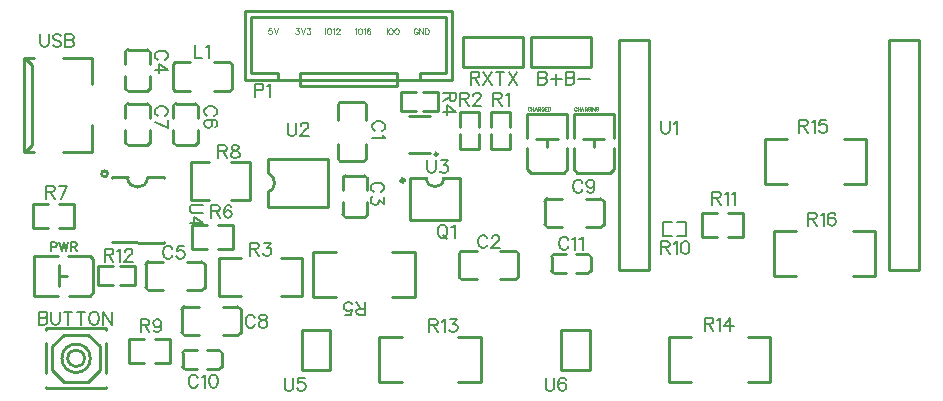
<source format=gto>
G04 Layer: TopSilkLayer*
G04 EasyEDA v6.3.43, 2020-05-24T14:51:43+02:00*
G04 8b069e2c24b14efe805d348ad6be2aff,234966f79ee84ceb97ee69e44186daaf,10*
G04 Gerber Generator version 0.2*
G04 Scale: 100 percent, Rotated: No, Reflected: No *
G04 Dimensions in millimeters *
G04 leading zeros omitted , absolute positions ,3 integer and 3 decimal *
%FSLAX33Y33*%
%MOMM*%
G90*
G71D02*

%ADD10C,0.254000*%
%ADD46C,0.150012*%
%ADD47C,0.299999*%
%ADD48C,0.050013*%
%ADD49C,0.152400*%

%LPD*%
G54D10*
G01X7198Y13378D02*
G01X11597Y13348D01*
G01X11597Y18879D02*
G01X11597Y18838D01*
G01X11597Y13419D02*
G01X11597Y13348D01*
G01X7198Y18879D02*
G01X7198Y18838D01*
G01X7198Y13419D02*
G01X7198Y13378D01*
G01X11597Y18879D02*
G01X10248Y18879D01*
G01X7198Y18879D02*
G01X8547Y18879D01*
G01X16509Y4029D02*
G01X16509Y2829D01*
G01X14459Y4229D02*
G01X13459Y4229D01*
G01X14459Y2628D02*
G01X13459Y2628D01*
G01X15259Y4229D02*
G01X16258Y4229D01*
G01X15259Y2628D02*
G01X16258Y2628D01*
G01X13208Y4029D02*
G01X13208Y2829D01*
G01X13408Y4229D02*
G01X13459Y4229D01*
G01X13409Y2628D02*
G01X13459Y2628D01*
G01X16309Y4229D02*
G01X16258Y4229D01*
G01X16308Y2628D02*
G01X16258Y2628D01*
G01X44450Y10956D02*
G01X44450Y12156D01*
G01X46500Y10756D02*
G01X47500Y10756D01*
G01X46500Y12357D02*
G01X47500Y12357D01*
G01X45700Y10756D02*
G01X44701Y10756D01*
G01X45700Y12357D02*
G01X44701Y12357D01*
G01X47751Y10956D02*
G01X47751Y12156D01*
G01X47551Y10756D02*
G01X47500Y10756D01*
G01X47550Y12357D02*
G01X47500Y12357D01*
G01X44650Y10756D02*
G01X44701Y10756D01*
G01X44651Y12357D02*
G01X44701Y12357D01*
G01X36957Y30734D02*
G01X42037Y30734D01*
G01X42037Y28194D01*
G01X36957Y28194D01*
G01X36957Y30734D01*
G01X42672Y30734D02*
G01X47752Y30734D01*
G01X47752Y28194D01*
G01X42672Y28194D01*
G01X42672Y30734D01*
G01X46305Y21343D02*
G01X46305Y19544D01*
G01X46605Y19244D01*
G01X49405Y19244D01*
G01X49705Y19544D01*
G01X49706Y21343D01*
G01X49705Y21344D01*
G01X46306Y22243D02*
G01X46306Y24243D01*
G01X49705Y24243D01*
G01X49705Y22243D01*
G01X47106Y22143D02*
G01X48905Y22143D01*
G01X48004Y22143D02*
G01X48006Y21444D01*
G01X3548Y8840D02*
G01X5347Y8840D01*
G01X5647Y9140D01*
G01X5647Y11940D01*
G01X5347Y12240D01*
G01X3548Y12241D01*
G01X3547Y12240D01*
G01X2648Y8841D02*
G01X648Y8841D01*
G01X648Y12240D01*
G01X2648Y12240D01*
G01X2748Y9641D02*
G01X2748Y11440D01*
G01X2748Y10539D02*
G01X3447Y10541D01*
G01X30975Y8768D02*
G01X32875Y8768D01*
G01X30975Y12567D02*
G01X32875Y12567D01*
G01X26175Y8768D02*
G01X24275Y8768D01*
G01X26175Y12567D02*
G01X24275Y12567D01*
G01X32875Y8768D02*
G01X32875Y12567D01*
G01X24275Y8768D02*
G01X24275Y12567D01*
G01X31762Y5328D02*
G01X29862Y5328D01*
G01X31762Y1529D02*
G01X29862Y1529D01*
G01X36562Y5328D02*
G01X38462Y5328D01*
G01X36562Y1529D02*
G01X38462Y1529D01*
G01X29862Y5328D02*
G01X29862Y1529D01*
G01X38462Y5328D02*
G01X38462Y1529D01*
G01X56273Y5328D02*
G01X54373Y5328D01*
G01X56273Y1529D02*
G01X54373Y1529D01*
G01X61073Y5328D02*
G01X62973Y5328D01*
G01X61073Y1529D02*
G01X62973Y1529D01*
G01X54373Y5328D02*
G01X54373Y1529D01*
G01X62973Y5328D02*
G01X62973Y1529D01*
G01X64401Y22092D02*
G01X62501Y22092D01*
G01X64401Y18293D02*
G01X62501Y18293D01*
G01X69201Y22092D02*
G01X71101Y22092D01*
G01X69201Y18293D02*
G01X71101Y18293D01*
G01X62501Y22092D02*
G01X62501Y18293D01*
G01X71101Y22092D02*
G01X71101Y18293D01*
G01X65163Y14345D02*
G01X63263Y14345D01*
G01X65163Y10546D02*
G01X63263Y10546D01*
G01X69963Y14345D02*
G01X71863Y14345D01*
G01X69963Y10546D02*
G01X71863Y10546D01*
G01X63263Y14345D02*
G01X63263Y10546D01*
G01X71863Y14345D02*
G01X71863Y10546D01*
G01X14262Y21617D02*
G01X12662Y21617D01*
G01X14262Y25118D02*
G01X12661Y25118D01*
G01X12421Y22868D02*
G01X12421Y21818D01*
G01X14502Y22868D02*
G01X14502Y21818D01*
G01X12421Y23867D02*
G01X12421Y24917D01*
G01X14502Y23867D02*
G01X14502Y24917D01*
G01X14281Y25118D02*
G01X14262Y25118D01*
G01X14301Y25118D02*
G01X14262Y25118D01*
G01X12622Y25118D02*
G01X12661Y25118D01*
G01X14301Y21617D02*
G01X14262Y21617D01*
G01X12622Y21617D02*
G01X12662Y21617D01*
G01X10198Y21617D02*
G01X8598Y21617D01*
G01X10198Y25118D02*
G01X8597Y25118D01*
G01X8357Y22868D02*
G01X8357Y21818D01*
G01X10438Y22868D02*
G01X10438Y21818D01*
G01X8357Y23867D02*
G01X8357Y24917D01*
G01X10438Y23867D02*
G01X10438Y24917D01*
G01X10217Y25118D02*
G01X10198Y25118D01*
G01X10237Y25118D02*
G01X10198Y25118D01*
G01X8558Y25118D02*
G01X8597Y25118D01*
G01X10237Y21617D02*
G01X10198Y21617D01*
G01X8558Y21617D02*
G01X8598Y21617D01*
G01X42368Y21343D02*
G01X42368Y19544D01*
G01X42668Y19244D01*
G01X45468Y19244D01*
G01X45768Y19544D01*
G01X45769Y21343D01*
G01X45768Y21344D01*
G01X42369Y22243D02*
G01X42369Y24243D01*
G01X45768Y24243D01*
G01X45768Y22243D01*
G01X43169Y22143D02*
G01X44968Y22143D01*
G01X44067Y22143D02*
G01X44069Y21444D01*
G01X-203Y28989D02*
G01X-103Y28989D01*
G01X486Y28398D01*
G01X-223Y21039D02*
G01X-103Y21039D01*
G01X486Y21629D01*
G01X486Y21629D02*
G01X486Y28398D01*
G01X-223Y21019D02*
G01X-223Y29018D01*
G01X5536Y29018D02*
G01X5536Y26785D01*
G01X5536Y23273D02*
G01X5536Y21019D01*
G01X5526Y21019D02*
G01X3090Y21019D01*
G01X601Y21019D02*
G01X-223Y21019D01*
G01X5536Y29018D02*
G01X3090Y29018D01*
G01X601Y29018D02*
G01X-203Y29018D01*
G01X10913Y3171D02*
G01X12164Y3171D01*
G01X10913Y5210D02*
G01X12164Y5210D01*
G01X9914Y3171D02*
G01X8663Y3171D01*
G01X9914Y5210D02*
G01X8663Y5210D01*
G01X12164Y3171D02*
G01X12164Y5210D01*
G01X8663Y3171D02*
G01X8663Y5210D01*
G01X59427Y13839D02*
G01X60678Y13839D01*
G01X59427Y15878D02*
G01X60678Y15878D01*
G01X58428Y13839D02*
G01X57177Y13839D01*
G01X58428Y15878D02*
G01X57177Y15878D01*
G01X60678Y13839D02*
G01X60678Y15878D01*
G01X57177Y13839D02*
G01X57177Y15878D01*
G01X16312Y12014D02*
G01X16312Y8813D01*
G01X21511Y12014D02*
G01X23312Y12014D01*
G01X21511Y8813D02*
G01X23312Y8813D01*
G01X18112Y8813D02*
G01X16312Y8813D01*
G01X18112Y12014D02*
G01X16312Y12014D01*
G01X23312Y12014D02*
G01X23312Y8813D01*
G01X40932Y24409D02*
G01X39331Y24409D01*
G01X39337Y22559D02*
G01X39337Y21309D01*
G01X40937Y22559D02*
G01X40937Y21309D01*
G01X39331Y23159D02*
G01X39331Y24409D01*
G01X40932Y23159D02*
G01X40932Y24409D01*
G01X40937Y21309D02*
G01X39337Y21309D01*
G01X38265Y24409D02*
G01X36664Y24409D01*
G01X36670Y22559D02*
G01X36670Y21309D01*
G01X38270Y22559D02*
G01X38270Y21309D01*
G01X36664Y23159D02*
G01X36664Y24409D01*
G01X38265Y23159D02*
G01X38265Y24409D01*
G01X38270Y21309D02*
G01X36670Y21309D01*
G01X34823Y24472D02*
G01X34823Y26073D01*
G01X32973Y26067D02*
G01X31723Y26067D01*
G01X32973Y24467D02*
G01X31723Y24467D01*
G01X33573Y26073D02*
G01X34823Y26073D01*
G01X33573Y24472D02*
G01X34823Y24472D01*
G01X31723Y24467D02*
G01X31723Y26067D01*
G01X9169Y9740D02*
G01X9169Y11341D01*
G01X7319Y11335D02*
G01X6069Y11335D01*
G01X7319Y9735D02*
G01X6069Y9735D01*
G01X7919Y11341D02*
G01X9169Y11341D01*
G01X7919Y9740D02*
G01X9169Y9740D01*
G01X6069Y9735D02*
G01X6069Y11335D01*
G54D46*
G01X53914Y13877D02*
G01X53914Y15078D01*
G01X54684Y13877D02*
G01X53914Y13877D01*
G01X55814Y13877D02*
G01X55814Y15078D01*
G01X55044Y13877D02*
G01X55814Y13877D01*
G01X55044Y15078D02*
G01X55814Y15078D01*
G01X54684Y15078D02*
G01X53914Y15078D01*
G54D10*
G01X32373Y24028D02*
G01X34173Y24028D01*
G01X32373Y20928D02*
G01X34173Y20928D01*
G01X18511Y32959D02*
G01X18511Y27158D01*
G01X18511Y32959D02*
G01X36007Y32959D01*
G01X36014Y32943D02*
G01X36014Y27152D01*
G01X18514Y27152D02*
G01X36009Y27152D01*
G01X19027Y32410D02*
G01X35506Y32410D01*
G01X19022Y32410D02*
G01X19022Y27736D01*
G01X35506Y32410D02*
G01X35506Y27736D01*
G01X19022Y27736D02*
G01X21257Y27736D01*
G01X33271Y27736D02*
G01X35506Y27736D01*
G01X23162Y27736D02*
G01X31341Y27736D01*
G01X21257Y27736D02*
G01X21257Y27203D01*
G01X23162Y27736D02*
G01X23162Y27203D01*
G01X31366Y27736D02*
G01X31366Y27203D01*
G01X33271Y27736D02*
G01X33271Y27203D01*
G01X31366Y26593D02*
G01X23187Y26593D01*
G01X31366Y26593D02*
G01X31366Y27127D01*
G01X23162Y26593D02*
G01X23162Y27127D01*
G01X6740Y1006D02*
G01X1640Y1006D01*
G01X1641Y6105D02*
G01X6740Y6106D01*
G01X6740Y1006D02*
G01X6740Y1124D01*
G01X6740Y2287D02*
G01X6740Y4824D01*
G01X6740Y5987D02*
G01X6740Y6106D01*
G01X1640Y1006D02*
G01X1640Y1124D01*
G01X1640Y2287D02*
G01X1640Y4824D01*
G01X1640Y5987D02*
G01X1640Y6105D01*
G01X5190Y1556D02*
G01X3191Y1556D01*
G01X3191Y1556D01*
G01X2191Y2556D01*
G01X2191Y4555D01*
G01X3191Y5555D01*
G01X5190Y5555D01*
G01X6190Y4555D01*
G01X6190Y2556D01*
G01X6190Y2556D01*
G01X5190Y1556D01*
G01X27012Y19022D02*
G01X28612Y19022D01*
G01X27012Y15521D02*
G01X28613Y15521D01*
G01X28853Y17771D02*
G01X28853Y18821D01*
G01X26772Y17771D02*
G01X26772Y18821D01*
G01X28853Y16772D02*
G01X28853Y15722D01*
G01X26772Y16772D02*
G01X26772Y15722D01*
G01X26993Y15521D02*
G01X27012Y15521D01*
G01X26973Y15521D02*
G01X27012Y15521D01*
G01X28652Y15521D02*
G01X28613Y15521D01*
G01X26973Y19022D02*
G01X27012Y19022D01*
G01X28652Y19022D02*
G01X28612Y19022D01*
G01X10198Y26189D02*
G01X8598Y26189D01*
G01X10198Y29690D02*
G01X8597Y29690D01*
G01X8357Y27440D02*
G01X8357Y26390D01*
G01X10438Y27440D02*
G01X10438Y26390D01*
G01X8357Y28439D02*
G01X8357Y29489D01*
G01X10438Y28439D02*
G01X10438Y29489D01*
G01X10217Y29690D02*
G01X10198Y29690D01*
G01X10237Y29690D02*
G01X10198Y29690D01*
G01X8558Y29690D02*
G01X8597Y29690D01*
G01X10237Y26189D02*
G01X10198Y26189D01*
G01X8558Y26189D02*
G01X8598Y26189D01*
G01X25710Y2552D02*
G01X23311Y2552D01*
G01X23311Y5952D01*
G01X25710Y5952D01*
G01X25710Y2552D01*
G01X47681Y2552D02*
G01X45282Y2552D01*
G01X45282Y5952D01*
G01X47681Y5952D01*
G01X47681Y2552D01*
G01X12359Y28431D02*
G01X12359Y26432D01*
G01X15859Y26181D02*
G01X17158Y26181D01*
G01X15859Y28682D02*
G01X17158Y28682D01*
G01X13858Y26181D02*
G01X12559Y26181D01*
G01X13858Y28682D02*
G01X12559Y28682D01*
G01X17359Y28431D02*
G01X17359Y26432D01*
G01X12359Y28431D02*
G01X12359Y28482D01*
G01X12559Y28682D01*
G01X17359Y28431D02*
G01X17359Y28482D01*
G01X17158Y28682D01*
G01X17359Y26432D02*
G01X17359Y26381D01*
G01X17158Y26181D01*
G01X12359Y26432D02*
G01X12359Y26381D01*
G01X12559Y26181D01*
G01X35306Y18806D02*
G01X36703Y18806D01*
G01X32435Y18806D02*
G01X33832Y18806D01*
G01X32435Y15427D02*
G01X32435Y15250D01*
G01X36703Y15250D01*
G01X36703Y18806D01*
G01X32435Y18806D02*
G01X32435Y15427D01*
G01X15248Y14862D02*
G01X13997Y14862D01*
G01X15248Y12823D02*
G01X13997Y12823D01*
G01X16247Y14862D02*
G01X17498Y14862D01*
G01X16247Y12823D02*
G01X17498Y12823D01*
G01X13997Y14862D02*
G01X13997Y12823D01*
G01X17498Y14862D02*
G01X17498Y12823D01*
G01X1786Y16640D02*
G01X535Y16640D01*
G01X1786Y14601D02*
G01X535Y14601D01*
G01X2785Y16640D02*
G01X4036Y16640D01*
G01X2785Y14601D02*
G01X4036Y14601D01*
G01X535Y16640D02*
G01X535Y14601D01*
G01X4036Y16640D02*
G01X4036Y14601D01*
G01X50165Y30480D02*
G01X52705Y30480D01*
G01X52705Y11049D01*
G01X50165Y11049D01*
G01X50165Y30480D01*
G01X73025Y30480D02*
G01X75565Y30480D01*
G01X75565Y11049D01*
G01X73025Y11049D01*
G01X73025Y30480D01*
G01X20437Y20465D02*
G01X25537Y20465D01*
G01X25536Y20465D02*
G01X25536Y16364D01*
G01X25536Y16364D02*
G01X20436Y16364D01*
G01X20437Y19215D02*
G01X20437Y20465D01*
G01X20437Y17614D02*
G01X20437Y16364D01*
G01X41616Y12429D02*
G01X41616Y10430D01*
G01X38116Y12629D02*
G01X36916Y12629D01*
G01X38116Y10230D02*
G01X36916Y10230D01*
G01X40116Y12629D02*
G01X41315Y12629D01*
G01X40116Y10230D02*
G01X41315Y10230D01*
G01X36616Y12429D02*
G01X36616Y10430D01*
G01X36816Y12629D02*
G01X36916Y12629D01*
G01X36816Y10230D02*
G01X36916Y10230D01*
G01X41416Y12629D02*
G01X41315Y12629D01*
G01X41416Y10230D02*
G01X41315Y10230D01*
G01X28558Y20232D02*
G01X26559Y20232D01*
G01X28758Y23732D02*
G01X28758Y24932D01*
G01X26359Y23732D02*
G01X26359Y24932D01*
G01X28758Y21732D02*
G01X28758Y20533D01*
G01X26359Y21732D02*
G01X26359Y20533D01*
G01X28558Y25232D02*
G01X26559Y25232D01*
G01X28758Y25032D02*
G01X28758Y24932D01*
G01X26359Y25032D02*
G01X26359Y24932D01*
G01X28758Y20432D02*
G01X28758Y20533D01*
G01X26359Y20432D02*
G01X26359Y20533D01*
G01X10072Y9541D02*
G01X10072Y11540D01*
G01X13572Y9341D02*
G01X14772Y9341D01*
G01X13572Y11740D02*
G01X14772Y11740D01*
G01X11572Y9341D02*
G01X10373Y9341D01*
G01X11572Y11740D02*
G01X10373Y11740D01*
G01X15072Y9541D02*
G01X15072Y11540D01*
G01X14872Y9341D02*
G01X14772Y9341D01*
G01X14872Y11740D02*
G01X14772Y11740D01*
G01X10272Y9341D02*
G01X10373Y9341D01*
G01X10272Y11740D02*
G01X10373Y11740D01*
G01X13120Y5731D02*
G01X13120Y7730D01*
G01X16620Y5531D02*
G01X17820Y5531D01*
G01X16620Y7930D02*
G01X17820Y7930D01*
G01X14620Y5531D02*
G01X13421Y5531D01*
G01X14620Y7930D02*
G01X13421Y7930D01*
G01X18120Y5731D02*
G01X18120Y7730D01*
G01X17920Y5531D02*
G01X17820Y5531D01*
G01X17920Y7930D02*
G01X17820Y7930D01*
G01X13320Y5531D02*
G01X13421Y5531D01*
G01X13320Y7930D02*
G01X13421Y7930D01*
G01X48855Y16874D02*
G01X48855Y14875D01*
G01X45355Y17074D02*
G01X44155Y17074D01*
G01X45355Y14675D02*
G01X44155Y14675D01*
G01X47355Y17074D02*
G01X48554Y17074D01*
G01X47355Y14675D02*
G01X48554Y14675D01*
G01X43855Y16874D02*
G01X43855Y14875D01*
G01X44055Y17074D02*
G01X44155Y17074D01*
G01X44055Y14675D02*
G01X44155Y14675D01*
G01X48655Y17074D02*
G01X48554Y17074D01*
G01X48655Y14675D02*
G01X48554Y14675D01*
G01X13882Y20142D02*
G01X13882Y16941D01*
G01X17282Y16941D02*
G01X18882Y16941D01*
G01X17282Y20142D02*
G01X18882Y20142D01*
G01X15482Y16941D02*
G01X13882Y16941D01*
G01X15482Y20142D02*
G01X13882Y20142D01*
G01X18882Y20142D02*
G01X18882Y16941D01*
G54D48*
G01X20718Y31493D02*
G01X20492Y31493D01*
G01X20469Y31287D01*
G01X20492Y31310D01*
G01X20561Y31333D01*
G01X20629Y31333D01*
G01X20695Y31310D01*
G01X20741Y31264D01*
G01X20764Y31196D01*
G01X20764Y31150D01*
G01X20741Y31084D01*
G01X20695Y31038D01*
G01X20629Y31015D01*
G01X20561Y31015D01*
G01X20492Y31038D01*
G01X20469Y31061D01*
G01X20447Y31107D01*
G01X20914Y31493D02*
G01X21097Y31015D01*
G01X21277Y31493D02*
G01X21097Y31015D01*
G01X22778Y31493D02*
G01X23027Y31493D01*
G01X22893Y31310D01*
G01X22959Y31310D01*
G01X23004Y31287D01*
G01X23027Y31264D01*
G01X23050Y31196D01*
G01X23050Y31150D01*
G01X23027Y31084D01*
G01X22981Y31038D01*
G01X22915Y31015D01*
G01X22847Y31015D01*
G01X22778Y31038D01*
G01X22755Y31061D01*
G01X22733Y31107D01*
G01X23200Y31493D02*
G01X23383Y31015D01*
G01X23563Y31493D02*
G01X23383Y31015D01*
G01X23759Y31493D02*
G01X24010Y31493D01*
G01X23873Y31310D01*
G01X23942Y31310D01*
G01X23987Y31287D01*
G01X24010Y31264D01*
G01X24033Y31196D01*
G01X24033Y31150D01*
G01X24010Y31084D01*
G01X23964Y31038D01*
G01X23896Y31015D01*
G01X23827Y31015D01*
G01X23759Y31038D01*
G01X23736Y31061D01*
G01X23715Y31107D01*
G01X25273Y31493D02*
G01X25273Y31015D01*
G01X25560Y31493D02*
G01X25514Y31470D01*
G01X25468Y31424D01*
G01X25445Y31379D01*
G01X25422Y31310D01*
G01X25422Y31196D01*
G01X25445Y31127D01*
G01X25468Y31084D01*
G01X25514Y31038D01*
G01X25560Y31015D01*
G01X25651Y31015D01*
G01X25694Y31038D01*
G01X25740Y31084D01*
G01X25763Y31127D01*
G01X25786Y31196D01*
G01X25786Y31310D01*
G01X25763Y31379D01*
G01X25740Y31424D01*
G01X25694Y31470D01*
G01X25651Y31493D01*
G01X25560Y31493D01*
G01X25935Y31402D02*
G01X25981Y31424D01*
G01X26050Y31493D01*
G01X26050Y31015D01*
G01X26222Y31379D02*
G01X26222Y31402D01*
G01X26245Y31447D01*
G01X26268Y31470D01*
G01X26314Y31493D01*
G01X26405Y31493D01*
G01X26449Y31470D01*
G01X26471Y31447D01*
G01X26494Y31402D01*
G01X26494Y31356D01*
G01X26471Y31310D01*
G01X26428Y31242D01*
G01X26200Y31015D01*
G01X26517Y31015D01*
G01X27813Y31402D02*
G01X27858Y31424D01*
G01X27927Y31493D01*
G01X27927Y31015D01*
G01X28211Y31493D02*
G01X28145Y31470D01*
G01X28100Y31402D01*
G01X28077Y31287D01*
G01X28077Y31219D01*
G01X28100Y31107D01*
G01X28145Y31038D01*
G01X28211Y31015D01*
G01X28257Y31015D01*
G01X28326Y31038D01*
G01X28371Y31107D01*
G01X28394Y31219D01*
G01X28394Y31287D01*
G01X28371Y31402D01*
G01X28326Y31470D01*
G01X28257Y31493D01*
G01X28211Y31493D01*
G01X28544Y31402D02*
G01X28590Y31424D01*
G01X28658Y31493D01*
G01X28658Y31015D01*
G01X29080Y31424D02*
G01X29057Y31470D01*
G01X28989Y31493D01*
G01X28945Y31493D01*
G01X28877Y31470D01*
G01X28831Y31402D01*
G01X28808Y31287D01*
G01X28808Y31173D01*
G01X28831Y31084D01*
G01X28877Y31038D01*
G01X28945Y31015D01*
G01X28968Y31015D01*
G01X29034Y31038D01*
G01X29080Y31084D01*
G01X29103Y31150D01*
G01X29103Y31173D01*
G01X29080Y31242D01*
G01X29034Y31287D01*
G01X28968Y31310D01*
G01X28945Y31310D01*
G01X28877Y31287D01*
G01X28831Y31242D01*
G01X28808Y31173D01*
G01X30480Y31493D02*
G01X30480Y31015D01*
G01X30767Y31493D02*
G01X30721Y31470D01*
G01X30675Y31424D01*
G01X30652Y31379D01*
G01X30629Y31310D01*
G01X30629Y31196D01*
G01X30652Y31127D01*
G01X30675Y31084D01*
G01X30721Y31038D01*
G01X30767Y31015D01*
G01X30858Y31015D01*
G01X30901Y31038D01*
G01X30947Y31084D01*
G01X30970Y31127D01*
G01X30993Y31196D01*
G01X30993Y31310D01*
G01X30970Y31379D01*
G01X30947Y31424D01*
G01X30901Y31470D01*
G01X30858Y31493D01*
G01X30767Y31493D01*
G01X31280Y31493D02*
G01X31234Y31470D01*
G01X31188Y31424D01*
G01X31165Y31379D01*
G01X31142Y31310D01*
G01X31142Y31196D01*
G01X31165Y31127D01*
G01X31188Y31084D01*
G01X31234Y31038D01*
G01X31280Y31015D01*
G01X31371Y31015D01*
G01X31417Y31038D01*
G01X31462Y31084D01*
G01X31483Y31127D01*
G01X31506Y31196D01*
G01X31506Y31310D01*
G01X31483Y31379D01*
G01X31462Y31424D01*
G01X31417Y31470D01*
G01X31371Y31493D01*
G01X31280Y31493D01*
G01X33106Y31379D02*
G01X33083Y31424D01*
G01X33037Y31470D01*
G01X32992Y31493D01*
G01X32903Y31493D01*
G01X32857Y31470D01*
G01X32811Y31424D01*
G01X32788Y31379D01*
G01X32766Y31310D01*
G01X32766Y31196D01*
G01X32788Y31127D01*
G01X32811Y31084D01*
G01X32857Y31038D01*
G01X32903Y31015D01*
G01X32992Y31015D01*
G01X33037Y31038D01*
G01X33083Y31084D01*
G01X33106Y31127D01*
G01X33106Y31196D01*
G01X32992Y31196D02*
G01X33106Y31196D01*
G01X33256Y31493D02*
G01X33256Y31015D01*
G01X33256Y31493D02*
G01X33576Y31015D01*
G01X33576Y31493D02*
G01X33576Y31015D01*
G01X33726Y31493D02*
G01X33726Y31015D01*
G01X33726Y31493D02*
G01X33883Y31493D01*
G01X33952Y31470D01*
G01X33997Y31424D01*
G01X34020Y31379D01*
G01X34043Y31310D01*
G01X34043Y31196D01*
G01X34020Y31127D01*
G01X33997Y31084D01*
G01X33952Y31038D01*
G01X33883Y31015D01*
G01X33726Y31015D01*
G54D49*
G01X14910Y16575D02*
G01X14130Y16575D01*
G01X13975Y16524D01*
G01X13871Y16420D01*
G01X13820Y16262D01*
G01X13820Y16158D01*
G01X13871Y16003D01*
G01X13975Y15899D01*
G01X14130Y15848D01*
G01X14910Y15848D01*
G01X14910Y14985D02*
G01X14183Y15505D01*
G01X14183Y14726D01*
G01X14910Y14985D02*
G01X13820Y14985D01*
G01X14495Y1910D02*
G01X14442Y2014D01*
G01X14338Y2118D01*
G01X14236Y2169D01*
G01X14028Y2169D01*
G01X13924Y2118D01*
G01X13820Y2014D01*
G01X13766Y1910D01*
G01X13716Y1752D01*
G01X13716Y1493D01*
G01X13766Y1338D01*
G01X13820Y1234D01*
G01X13924Y1130D01*
G01X14028Y1079D01*
G01X14236Y1079D01*
G01X14338Y1130D01*
G01X14442Y1234D01*
G01X14495Y1338D01*
G01X14838Y1960D02*
G01X14942Y2014D01*
G01X15097Y2169D01*
G01X15097Y1079D01*
G01X15753Y2169D02*
G01X15595Y2118D01*
G01X15494Y1960D01*
G01X15440Y1701D01*
G01X15440Y1546D01*
G01X15494Y1285D01*
G01X15595Y1130D01*
G01X15753Y1079D01*
G01X15857Y1079D01*
G01X16012Y1130D01*
G01X16116Y1285D01*
G01X16167Y1546D01*
G01X16167Y1701D01*
G01X16116Y1960D01*
G01X16012Y2118D01*
G01X15857Y2169D01*
G01X15753Y2169D01*
G01X45864Y13594D02*
G01X45811Y13698D01*
G01X45707Y13802D01*
G01X45605Y13853D01*
G01X45397Y13853D01*
G01X45293Y13802D01*
G01X45189Y13698D01*
G01X45135Y13594D01*
G01X45085Y13436D01*
G01X45085Y13177D01*
G01X45135Y13022D01*
G01X45189Y12918D01*
G01X45293Y12814D01*
G01X45397Y12763D01*
G01X45605Y12763D01*
G01X45707Y12814D01*
G01X45811Y12918D01*
G01X45864Y13022D01*
G01X46207Y13644D02*
G01X46311Y13698D01*
G01X46466Y13853D01*
G01X46466Y12763D01*
G01X46809Y13644D02*
G01X46913Y13698D01*
G01X47068Y13853D01*
G01X47068Y12763D01*
G01X37592Y27823D02*
G01X37592Y26733D01*
G01X37592Y27823D02*
G01X38059Y27823D01*
G01X38214Y27772D01*
G01X38267Y27719D01*
G01X38318Y27614D01*
G01X38318Y27510D01*
G01X38267Y27406D01*
G01X38214Y27355D01*
G01X38059Y27305D01*
G01X37592Y27305D01*
G01X37955Y27305D02*
G01X38318Y26733D01*
G01X38661Y27823D02*
G01X39390Y26733D01*
G01X39390Y27823D02*
G01X38661Y26733D01*
G01X40096Y27823D02*
G01X40096Y26733D01*
G01X39733Y27823D02*
G01X40459Y27823D01*
G01X40802Y27823D02*
G01X41529Y26733D01*
G01X41529Y27823D02*
G01X40802Y26733D01*
G01X43307Y27823D02*
G01X43307Y26733D01*
G01X43307Y27823D02*
G01X43774Y27823D01*
G01X43929Y27772D01*
G01X43982Y27719D01*
G01X44033Y27614D01*
G01X44033Y27510D01*
G01X43982Y27406D01*
G01X43929Y27355D01*
G01X43774Y27305D01*
G01X43307Y27305D02*
G01X43774Y27305D01*
G01X43929Y27251D01*
G01X43982Y27200D01*
G01X44033Y27096D01*
G01X44033Y26939D01*
G01X43982Y26835D01*
G01X43929Y26784D01*
G01X43774Y26733D01*
G01X43307Y26733D01*
G01X44843Y27668D02*
G01X44843Y26733D01*
G01X44376Y27200D02*
G01X45313Y27200D01*
G01X45656Y27823D02*
G01X45656Y26733D01*
G01X45656Y27823D02*
G01X46123Y27823D01*
G01X46278Y27772D01*
G01X46329Y27719D01*
G01X46382Y27614D01*
G01X46382Y27510D01*
G01X46329Y27406D01*
G01X46278Y27355D01*
G01X46123Y27305D01*
G01X45656Y27305D02*
G01X46123Y27305D01*
G01X46278Y27251D01*
G01X46329Y27200D01*
G01X46382Y27096D01*
G01X46382Y26939D01*
G01X46329Y26835D01*
G01X46278Y26784D01*
G01X46123Y26733D01*
G01X45656Y26733D01*
G01X46725Y27200D02*
G01X47660Y27200D01*
G54D48*
G01X46560Y24744D02*
G01X46545Y24772D01*
G01X46517Y24800D01*
G01X46492Y24813D01*
G01X46436Y24813D01*
G01X46408Y24800D01*
G01X46382Y24772D01*
G01X46367Y24744D01*
G01X46355Y24704D01*
G01X46355Y24635D01*
G01X46367Y24594D01*
G01X46382Y24569D01*
G01X46408Y24541D01*
G01X46436Y24526D01*
G01X46492Y24526D01*
G01X46517Y24541D01*
G01X46545Y24569D01*
G01X46560Y24594D01*
G01X46649Y24813D02*
G01X46649Y24526D01*
G01X46840Y24813D02*
G01X46840Y24526D01*
G01X46649Y24676D02*
G01X46840Y24676D01*
G01X47040Y24813D02*
G01X46931Y24526D01*
G01X47040Y24813D02*
G01X47147Y24526D01*
G01X46972Y24622D02*
G01X47106Y24622D01*
G01X47238Y24813D02*
G01X47238Y24526D01*
G01X47238Y24813D02*
G01X47360Y24813D01*
G01X47401Y24800D01*
G01X47416Y24785D01*
G01X47429Y24759D01*
G01X47429Y24731D01*
G01X47416Y24704D01*
G01X47401Y24691D01*
G01X47360Y24676D01*
G01X47238Y24676D01*
G01X47332Y24676D02*
G01X47429Y24526D01*
G01X47724Y24744D02*
G01X47711Y24772D01*
G01X47683Y24800D01*
G01X47655Y24813D01*
G01X47602Y24813D01*
G01X47574Y24800D01*
G01X47546Y24772D01*
G01X47533Y24744D01*
G01X47518Y24704D01*
G01X47518Y24635D01*
G01X47533Y24594D01*
G01X47546Y24569D01*
G01X47574Y24541D01*
G01X47602Y24526D01*
G01X47655Y24526D01*
G01X47683Y24541D01*
G01X47711Y24569D01*
G01X47724Y24594D01*
G01X47724Y24635D01*
G01X47655Y24635D02*
G01X47724Y24635D01*
G01X47812Y24813D02*
G01X47812Y24526D01*
G01X47904Y24813D02*
G01X47904Y24526D01*
G01X47904Y24813D02*
G01X48094Y24526D01*
G01X48094Y24813D02*
G01X48094Y24526D01*
G01X48389Y24744D02*
G01X48376Y24772D01*
G01X48348Y24800D01*
G01X48320Y24813D01*
G01X48267Y24813D01*
G01X48239Y24800D01*
G01X48211Y24772D01*
G01X48199Y24744D01*
G01X48183Y24704D01*
G01X48183Y24635D01*
G01X48199Y24594D01*
G01X48211Y24569D01*
G01X48239Y24541D01*
G01X48267Y24526D01*
G01X48320Y24526D01*
G01X48348Y24541D01*
G01X48376Y24569D01*
G01X48389Y24594D01*
G01X48389Y24635D01*
G01X48320Y24635D02*
G01X48389Y24635D01*
G54D49*
G01X2032Y13380D02*
G01X2032Y12616D01*
G01X2032Y13380D02*
G01X2359Y13380D01*
G01X2468Y13345D01*
G01X2504Y13307D01*
G01X2540Y13235D01*
G01X2540Y13126D01*
G01X2504Y13053D01*
G01X2468Y13017D01*
G01X2359Y12979D01*
G01X2032Y12979D01*
G01X2781Y13380D02*
G01X2961Y12616D01*
G01X3144Y13380D02*
G01X2961Y12616D01*
G01X3144Y13380D02*
G01X3327Y12616D01*
G01X3507Y13380D02*
G01X3327Y12616D01*
G01X3749Y13380D02*
G01X3749Y12616D01*
G01X3749Y13380D02*
G01X4076Y13380D01*
G01X4185Y13345D01*
G01X4221Y13307D01*
G01X4257Y13235D01*
G01X4257Y13162D01*
G01X4221Y13088D01*
G01X4185Y13053D01*
G01X4076Y13017D01*
G01X3749Y13017D01*
G01X4003Y13017D02*
G01X4257Y12616D01*
G01X28650Y7228D02*
G01X28650Y8318D01*
G01X28650Y7228D02*
G01X28182Y7228D01*
G01X28027Y7279D01*
G01X27974Y7332D01*
G01X27923Y7437D01*
G01X27923Y7541D01*
G01X27974Y7645D01*
G01X28027Y7696D01*
G01X28182Y7747D01*
G01X28650Y7747D01*
G01X28286Y7747D02*
G01X27923Y8318D01*
G01X26955Y7228D02*
G01X27476Y7228D01*
G01X27527Y7696D01*
G01X27476Y7645D01*
G01X27319Y7592D01*
G01X27164Y7592D01*
G01X27009Y7645D01*
G01X26905Y7747D01*
G01X26851Y7904D01*
G01X26851Y8008D01*
G01X26905Y8163D01*
G01X27009Y8267D01*
G01X27164Y8318D01*
G01X27319Y8318D01*
G01X27476Y8267D01*
G01X27527Y8216D01*
G01X27580Y8112D01*
G01X34087Y6868D02*
G01X34087Y5778D01*
G01X34087Y6868D02*
G01X34555Y6868D01*
G01X34710Y6817D01*
G01X34763Y6764D01*
G01X34814Y6659D01*
G01X34814Y6555D01*
G01X34763Y6451D01*
G01X34710Y6400D01*
G01X34555Y6350D01*
G01X34087Y6350D01*
G01X34451Y6350D02*
G01X34814Y5778D01*
G01X35157Y6659D02*
G01X35261Y6713D01*
G01X35418Y6868D01*
G01X35418Y5778D01*
G01X35865Y6868D02*
G01X36437Y6868D01*
G01X36125Y6451D01*
G01X36279Y6451D01*
G01X36384Y6400D01*
G01X36437Y6350D01*
G01X36488Y6192D01*
G01X36488Y6088D01*
G01X36437Y5933D01*
G01X36333Y5829D01*
G01X36175Y5778D01*
G01X36020Y5778D01*
G01X35865Y5829D01*
G01X35812Y5880D01*
G01X35761Y5984D01*
G01X57403Y6995D02*
G01X57403Y5905D01*
G01X57403Y6995D02*
G01X57871Y6995D01*
G01X58026Y6944D01*
G01X58079Y6891D01*
G01X58130Y6786D01*
G01X58130Y6682D01*
G01X58079Y6578D01*
G01X58026Y6527D01*
G01X57871Y6477D01*
G01X57403Y6477D01*
G01X57767Y6477D02*
G01X58130Y5905D01*
G01X58473Y6786D02*
G01X58577Y6840D01*
G01X58734Y6995D01*
G01X58734Y5905D01*
G01X59595Y6995D02*
G01X59077Y6268D01*
G01X59854Y6268D01*
G01X59595Y6995D02*
G01X59595Y5905D01*
G01X65404Y23759D02*
G01X65404Y22669D01*
G01X65404Y23759D02*
G01X65872Y23759D01*
G01X66027Y23708D01*
G01X66080Y23655D01*
G01X66131Y23550D01*
G01X66131Y23446D01*
G01X66080Y23342D01*
G01X66027Y23291D01*
G01X65872Y23241D01*
G01X65404Y23241D01*
G01X65768Y23241D02*
G01X66131Y22669D01*
G01X66474Y23550D02*
G01X66578Y23604D01*
G01X66735Y23759D01*
G01X66735Y22669D01*
G01X67701Y23759D02*
G01X67182Y23759D01*
G01X67129Y23291D01*
G01X67182Y23342D01*
G01X67337Y23395D01*
G01X67492Y23395D01*
G01X67650Y23342D01*
G01X67754Y23241D01*
G01X67805Y23083D01*
G01X67805Y22979D01*
G01X67754Y22824D01*
G01X67650Y22720D01*
G01X67492Y22669D01*
G01X67337Y22669D01*
G01X67182Y22720D01*
G01X67129Y22771D01*
G01X67078Y22875D01*
G01X66166Y15885D02*
G01X66166Y14795D01*
G01X66166Y15885D02*
G01X66634Y15885D01*
G01X66789Y15834D01*
G01X66842Y15781D01*
G01X66893Y15676D01*
G01X66893Y15572D01*
G01X66842Y15468D01*
G01X66789Y15417D01*
G01X66634Y15367D01*
G01X66166Y15367D01*
G01X66530Y15367D02*
G01X66893Y14795D01*
G01X67236Y15676D02*
G01X67340Y15730D01*
G01X67497Y15885D01*
G01X67497Y14795D01*
G01X68463Y15730D02*
G01X68412Y15834D01*
G01X68254Y15885D01*
G01X68150Y15885D01*
G01X67995Y15834D01*
G01X67891Y15676D01*
G01X67840Y15417D01*
G01X67840Y15158D01*
G01X67891Y14950D01*
G01X67995Y14846D01*
G01X68150Y14795D01*
G01X68203Y14795D01*
G01X68358Y14846D01*
G01X68463Y14950D01*
G01X68516Y15105D01*
G01X68516Y15158D01*
G01X68463Y15313D01*
G01X68358Y15417D01*
G01X68203Y15468D01*
G01X68150Y15468D01*
G01X67995Y15417D01*
G01X67891Y15313D01*
G01X67840Y15158D01*
G01X15880Y24112D02*
G01X15984Y24165D01*
G01X16088Y24269D01*
G01X16139Y24371D01*
G01X16139Y24579D01*
G01X16088Y24683D01*
G01X15984Y24787D01*
G01X15880Y24841D01*
G01X15722Y24892D01*
G01X15463Y24892D01*
G01X15308Y24841D01*
G01X15204Y24787D01*
G01X15100Y24683D01*
G01X15049Y24579D01*
G01X15049Y24371D01*
G01X15100Y24269D01*
G01X15204Y24165D01*
G01X15308Y24112D01*
G01X15984Y23147D02*
G01X16088Y23197D01*
G01X16139Y23355D01*
G01X16139Y23456D01*
G01X16088Y23614D01*
G01X15930Y23718D01*
G01X15671Y23769D01*
G01X15412Y23769D01*
G01X15204Y23718D01*
G01X15100Y23614D01*
G01X15049Y23456D01*
G01X15049Y23406D01*
G01X15100Y23251D01*
G01X15204Y23147D01*
G01X15359Y23093D01*
G01X15412Y23093D01*
G01X15567Y23147D01*
G01X15671Y23251D01*
G01X15722Y23406D01*
G01X15722Y23456D01*
G01X15671Y23614D01*
G01X15567Y23718D01*
G01X15412Y23769D01*
G01X11689Y24112D02*
G01X11793Y24165D01*
G01X11897Y24269D01*
G01X11948Y24371D01*
G01X11948Y24579D01*
G01X11897Y24683D01*
G01X11793Y24787D01*
G01X11689Y24841D01*
G01X11531Y24892D01*
G01X11272Y24892D01*
G01X11117Y24841D01*
G01X11013Y24787D01*
G01X10909Y24683D01*
G01X10858Y24579D01*
G01X10858Y24371D01*
G01X10909Y24269D01*
G01X11013Y24165D01*
G01X11117Y24112D01*
G01X11948Y23042D02*
G01X10858Y23561D01*
G01X11948Y23769D02*
G01X11948Y23042D01*
G54D48*
G01X42623Y24744D02*
G01X42608Y24772D01*
G01X42580Y24800D01*
G01X42555Y24813D01*
G01X42499Y24813D01*
G01X42471Y24800D01*
G01X42445Y24772D01*
G01X42430Y24744D01*
G01X42418Y24704D01*
G01X42418Y24635D01*
G01X42430Y24594D01*
G01X42445Y24569D01*
G01X42471Y24541D01*
G01X42499Y24526D01*
G01X42555Y24526D01*
G01X42580Y24541D01*
G01X42608Y24569D01*
G01X42623Y24594D01*
G01X42712Y24813D02*
G01X42712Y24526D01*
G01X42903Y24813D02*
G01X42903Y24526D01*
G01X42712Y24676D02*
G01X42903Y24676D01*
G01X43103Y24813D02*
G01X42994Y24526D01*
G01X43103Y24813D02*
G01X43210Y24526D01*
G01X43035Y24622D02*
G01X43169Y24622D01*
G01X43301Y24813D02*
G01X43301Y24526D01*
G01X43301Y24813D02*
G01X43423Y24813D01*
G01X43464Y24800D01*
G01X43479Y24785D01*
G01X43492Y24759D01*
G01X43492Y24731D01*
G01X43479Y24704D01*
G01X43464Y24691D01*
G01X43423Y24676D01*
G01X43301Y24676D01*
G01X43395Y24676D02*
G01X43492Y24526D01*
G01X43787Y24744D02*
G01X43774Y24772D01*
G01X43746Y24800D01*
G01X43718Y24813D01*
G01X43665Y24813D01*
G01X43637Y24800D01*
G01X43609Y24772D01*
G01X43596Y24744D01*
G01X43581Y24704D01*
G01X43581Y24635D01*
G01X43596Y24594D01*
G01X43609Y24569D01*
G01X43637Y24541D01*
G01X43665Y24526D01*
G01X43718Y24526D01*
G01X43746Y24541D01*
G01X43774Y24569D01*
G01X43787Y24594D01*
G01X43787Y24635D01*
G01X43718Y24635D02*
G01X43787Y24635D01*
G01X43875Y24813D02*
G01X43875Y24526D01*
G01X43875Y24813D02*
G01X44053Y24813D01*
G01X43875Y24676D02*
G01X43985Y24676D01*
G01X43875Y24526D02*
G01X44053Y24526D01*
G01X44145Y24813D02*
G01X44145Y24526D01*
G01X44145Y24813D02*
G01X44239Y24813D01*
G01X44279Y24800D01*
G01X44307Y24772D01*
G01X44320Y24744D01*
G01X44335Y24704D01*
G01X44335Y24635D01*
G01X44320Y24594D01*
G01X44307Y24569D01*
G01X44279Y24541D01*
G01X44239Y24526D01*
G01X44145Y24526D01*
G54D49*
G01X1143Y30998D02*
G01X1143Y30218D01*
G01X1193Y30063D01*
G01X1297Y29959D01*
G01X1455Y29908D01*
G01X1559Y29908D01*
G01X1714Y29959D01*
G01X1818Y30063D01*
G01X1869Y30218D01*
G01X1869Y30998D01*
G01X2941Y30843D02*
G01X2837Y30947D01*
G01X2679Y30998D01*
G01X2473Y30998D01*
G01X2316Y30947D01*
G01X2212Y30843D01*
G01X2212Y30739D01*
G01X2265Y30634D01*
G01X2316Y30581D01*
G01X2420Y30530D01*
G01X2733Y30426D01*
G01X2837Y30375D01*
G01X2887Y30322D01*
G01X2941Y30218D01*
G01X2941Y30063D01*
G01X2837Y29959D01*
G01X2679Y29908D01*
G01X2473Y29908D01*
G01X2316Y29959D01*
G01X2212Y30063D01*
G01X3284Y30998D02*
G01X3284Y29908D01*
G01X3284Y30998D02*
G01X3751Y30998D01*
G01X3906Y30947D01*
G01X3959Y30894D01*
G01X4010Y30789D01*
G01X4010Y30685D01*
G01X3959Y30581D01*
G01X3906Y30530D01*
G01X3751Y30480D01*
G01X3284Y30480D02*
G01X3751Y30480D01*
G01X3906Y30426D01*
G01X3959Y30375D01*
G01X4010Y30271D01*
G01X4010Y30114D01*
G01X3959Y30010D01*
G01X3906Y29959D01*
G01X3751Y29908D01*
G01X3284Y29908D01*
G01X9652Y6868D02*
G01X9652Y5778D01*
G01X9652Y6868D02*
G01X10119Y6868D01*
G01X10274Y6817D01*
G01X10327Y6764D01*
G01X10378Y6659D01*
G01X10378Y6555D01*
G01X10327Y6451D01*
G01X10274Y6400D01*
G01X10119Y6350D01*
G01X9652Y6350D01*
G01X10015Y6350D02*
G01X10378Y5778D01*
G01X11396Y6504D02*
G01X11346Y6350D01*
G01X11242Y6245D01*
G01X11087Y6192D01*
G01X11033Y6192D01*
G01X10878Y6245D01*
G01X10774Y6350D01*
G01X10721Y6504D01*
G01X10721Y6555D01*
G01X10774Y6713D01*
G01X10878Y6817D01*
G01X11033Y6868D01*
G01X11087Y6868D01*
G01X11242Y6817D01*
G01X11346Y6713D01*
G01X11396Y6504D01*
G01X11396Y6245D01*
G01X11346Y5984D01*
G01X11242Y5829D01*
G01X11087Y5778D01*
G01X10982Y5778D01*
G01X10825Y5829D01*
G01X10774Y5933D01*
G01X58039Y17663D02*
G01X58039Y16573D01*
G01X58039Y17663D02*
G01X58506Y17663D01*
G01X58661Y17612D01*
G01X58714Y17559D01*
G01X58765Y17454D01*
G01X58765Y17350D01*
G01X58714Y17246D01*
G01X58661Y17195D01*
G01X58506Y17145D01*
G01X58039Y17145D01*
G01X58402Y17145D02*
G01X58765Y16573D01*
G01X59108Y17454D02*
G01X59212Y17508D01*
G01X59369Y17663D01*
G01X59369Y16573D01*
G01X59712Y17454D02*
G01X59817Y17508D01*
G01X59971Y17663D01*
G01X59971Y16573D01*
G01X18923Y13345D02*
G01X18923Y12255D01*
G01X18923Y13345D02*
G01X19390Y13345D01*
G01X19545Y13294D01*
G01X19598Y13241D01*
G01X19649Y13136D01*
G01X19649Y13032D01*
G01X19598Y12928D01*
G01X19545Y12877D01*
G01X19390Y12827D01*
G01X18923Y12827D01*
G01X19286Y12827D02*
G01X19649Y12255D01*
G01X20096Y13345D02*
G01X20667Y13345D01*
G01X20358Y12928D01*
G01X20513Y12928D01*
G01X20617Y12877D01*
G01X20667Y12827D01*
G01X20721Y12669D01*
G01X20721Y12565D01*
G01X20667Y12410D01*
G01X20563Y12306D01*
G01X20408Y12255D01*
G01X20253Y12255D01*
G01X20096Y12306D01*
G01X20045Y12357D01*
G01X19992Y12461D01*
G01X39497Y26045D02*
G01X39497Y24955D01*
G01X39497Y26045D02*
G01X39964Y26045D01*
G01X40119Y25994D01*
G01X40172Y25941D01*
G01X40223Y25836D01*
G01X40223Y25732D01*
G01X40172Y25628D01*
G01X40119Y25577D01*
G01X39964Y25527D01*
G01X39497Y25527D01*
G01X39860Y25527D02*
G01X40223Y24955D01*
G01X40566Y25836D02*
G01X40670Y25890D01*
G01X40827Y26045D01*
G01X40827Y24955D01*
G01X36703Y26045D02*
G01X36703Y24955D01*
G01X36703Y26045D02*
G01X37170Y26045D01*
G01X37325Y25994D01*
G01X37378Y25941D01*
G01X37429Y25836D01*
G01X37429Y25732D01*
G01X37378Y25628D01*
G01X37325Y25577D01*
G01X37170Y25527D01*
G01X36703Y25527D01*
G01X37066Y25527D02*
G01X37429Y24955D01*
G01X37825Y25786D02*
G01X37825Y25836D01*
G01X37876Y25941D01*
G01X37929Y25994D01*
G01X38033Y26045D01*
G01X38239Y26045D01*
G01X38343Y25994D01*
G01X38397Y25941D01*
G01X38447Y25836D01*
G01X38447Y25732D01*
G01X38397Y25628D01*
G01X38293Y25473D01*
G01X37772Y24955D01*
G01X38501Y24955D01*
G01X36332Y26035D02*
G01X35242Y26035D01*
G01X36332Y26035D02*
G01X36332Y25567D01*
G01X36281Y25412D01*
G01X36228Y25359D01*
G01X36123Y25308D01*
G01X36019Y25308D01*
G01X35915Y25359D01*
G01X35864Y25412D01*
G01X35814Y25567D01*
G01X35814Y26035D01*
G01X35814Y25671D02*
G01X35242Y25308D01*
G01X36332Y24444D02*
G01X35605Y24965D01*
G01X35605Y24185D01*
G01X36332Y24444D02*
G01X35242Y24444D01*
G01X6604Y12837D02*
G01X6604Y11747D01*
G01X6604Y12837D02*
G01X7071Y12837D01*
G01X7226Y12786D01*
G01X7279Y12733D01*
G01X7330Y12628D01*
G01X7330Y12524D01*
G01X7279Y12420D01*
G01X7226Y12369D01*
G01X7071Y12319D01*
G01X6604Y12319D01*
G01X6967Y12319D02*
G01X7330Y11747D01*
G01X7673Y12628D02*
G01X7777Y12682D01*
G01X7934Y12837D01*
G01X7934Y11747D01*
G01X8328Y12578D02*
G01X8328Y12628D01*
G01X8382Y12733D01*
G01X8432Y12786D01*
G01X8536Y12837D01*
G01X8745Y12837D01*
G01X8849Y12786D01*
G01X8900Y12733D01*
G01X8953Y12628D01*
G01X8953Y12524D01*
G01X8900Y12420D01*
G01X8796Y12265D01*
G01X8277Y11747D01*
G01X9004Y11747D01*
G01X53721Y13472D02*
G01X53721Y12382D01*
G01X53721Y13472D02*
G01X54188Y13472D01*
G01X54343Y13421D01*
G01X54396Y13368D01*
G01X54447Y13263D01*
G01X54447Y13159D01*
G01X54396Y13055D01*
G01X54343Y13004D01*
G01X54188Y12954D01*
G01X53721Y12954D01*
G01X54084Y12954D02*
G01X54447Y12382D01*
G01X54790Y13263D02*
G01X54894Y13317D01*
G01X55052Y13472D01*
G01X55052Y12382D01*
G01X55704Y13472D02*
G01X55549Y13421D01*
G01X55445Y13263D01*
G01X55394Y13004D01*
G01X55394Y12849D01*
G01X55445Y12588D01*
G01X55549Y12433D01*
G01X55704Y12382D01*
G01X55808Y12382D01*
G01X55966Y12433D01*
G01X56070Y12588D01*
G01X56121Y12849D01*
G01X56121Y13004D01*
G01X56070Y13263D01*
G01X55966Y13421D01*
G01X55808Y13472D01*
G01X55704Y13472D01*
G01X33909Y20330D02*
G01X33909Y19550D01*
G01X33959Y19395D01*
G01X34063Y19291D01*
G01X34221Y19240D01*
G01X34325Y19240D01*
G01X34480Y19291D01*
G01X34584Y19395D01*
G01X34635Y19550D01*
G01X34635Y20330D01*
G01X35082Y20330D02*
G01X35653Y20330D01*
G01X35344Y19913D01*
G01X35499Y19913D01*
G01X35603Y19862D01*
G01X35653Y19812D01*
G01X35707Y19654D01*
G01X35707Y19550D01*
G01X35653Y19395D01*
G01X35549Y19291D01*
G01X35394Y19240D01*
G01X35239Y19240D01*
G01X35082Y19291D01*
G01X35031Y19342D01*
G01X34978Y19446D01*
G01X19304Y26807D02*
G01X19304Y25717D01*
G01X19304Y26807D02*
G01X19771Y26807D01*
G01X19926Y26756D01*
G01X19979Y26703D01*
G01X20030Y26598D01*
G01X20030Y26443D01*
G01X19979Y26339D01*
G01X19926Y26289D01*
G01X19771Y26235D01*
G01X19304Y26235D01*
G01X20373Y26598D02*
G01X20477Y26652D01*
G01X20634Y26807D01*
G01X20634Y25717D01*
G01X1016Y7503D02*
G01X1016Y6413D01*
G01X1016Y7503D02*
G01X1483Y7503D01*
G01X1638Y7452D01*
G01X1691Y7399D01*
G01X1742Y7294D01*
G01X1742Y7190D01*
G01X1691Y7086D01*
G01X1638Y7035D01*
G01X1483Y6985D01*
G01X1016Y6985D02*
G01X1483Y6985D01*
G01X1638Y6931D01*
G01X1691Y6880D01*
G01X1742Y6776D01*
G01X1742Y6619D01*
G01X1691Y6515D01*
G01X1638Y6464D01*
G01X1483Y6413D01*
G01X1016Y6413D01*
G01X2085Y7503D02*
G01X2085Y6723D01*
G01X2138Y6568D01*
G01X2242Y6464D01*
G01X2397Y6413D01*
G01X2501Y6413D01*
G01X2656Y6464D01*
G01X2760Y6568D01*
G01X2814Y6723D01*
G01X2814Y7503D01*
G01X3520Y7503D02*
G01X3520Y6413D01*
G01X3157Y7503D02*
G01X3883Y7503D01*
G01X4589Y7503D02*
G01X4589Y6413D01*
G01X4226Y7503D02*
G01X4953Y7503D01*
G01X5608Y7503D02*
G01X5504Y7452D01*
G01X5400Y7348D01*
G01X5349Y7244D01*
G01X5295Y7086D01*
G01X5295Y6827D01*
G01X5349Y6672D01*
G01X5400Y6568D01*
G01X5504Y6464D01*
G01X5608Y6413D01*
G01X5816Y6413D01*
G01X5920Y6464D01*
G01X6024Y6568D01*
G01X6075Y6672D01*
G01X6129Y6827D01*
G01X6129Y7086D01*
G01X6075Y7244D01*
G01X6024Y7348D01*
G01X5920Y7452D01*
G01X5816Y7503D01*
G01X5608Y7503D01*
G01X6471Y7503D02*
G01X6471Y6413D01*
G01X6471Y7503D02*
G01X7198Y6413D01*
G01X7198Y7503D02*
G01X7198Y6413D01*
G01X29977Y17635D02*
G01X30081Y17688D01*
G01X30185Y17792D01*
G01X30236Y17894D01*
G01X30236Y18102D01*
G01X30185Y18206D01*
G01X30081Y18310D01*
G01X29977Y18364D01*
G01X29819Y18415D01*
G01X29560Y18415D01*
G01X29405Y18364D01*
G01X29301Y18310D01*
G01X29197Y18206D01*
G01X29146Y18102D01*
G01X29146Y17894D01*
G01X29197Y17792D01*
G01X29301Y17688D01*
G01X29405Y17635D01*
G01X30236Y17188D02*
G01X30236Y16616D01*
G01X29819Y16929D01*
G01X29819Y16774D01*
G01X29768Y16670D01*
G01X29718Y16616D01*
G01X29560Y16565D01*
G01X29456Y16565D01*
G01X29301Y16616D01*
G01X29197Y16720D01*
G01X29146Y16878D01*
G01X29146Y17033D01*
G01X29197Y17188D01*
G01X29248Y17241D01*
G01X29352Y17292D01*
G01X11689Y28811D02*
G01X11793Y28864D01*
G01X11897Y28968D01*
G01X11948Y29070D01*
G01X11948Y29278D01*
G01X11897Y29382D01*
G01X11793Y29486D01*
G01X11689Y29540D01*
G01X11531Y29591D01*
G01X11272Y29591D01*
G01X11117Y29540D01*
G01X11013Y29486D01*
G01X10909Y29382D01*
G01X10858Y29278D01*
G01X10858Y29070D01*
G01X10909Y28968D01*
G01X11013Y28864D01*
G01X11117Y28811D01*
G01X11948Y27950D02*
G01X11221Y28468D01*
G01X11221Y27688D01*
G01X11948Y27950D02*
G01X10858Y27950D01*
G01X21844Y1915D02*
G01X21844Y1135D01*
G01X21894Y980D01*
G01X21998Y876D01*
G01X22156Y825D01*
G01X22260Y825D01*
G01X22415Y876D01*
G01X22519Y980D01*
G01X22570Y1135D01*
G01X22570Y1915D01*
G01X23538Y1915D02*
G01X23017Y1915D01*
G01X22966Y1447D01*
G01X23017Y1498D01*
G01X23174Y1551D01*
G01X23329Y1551D01*
G01X23484Y1498D01*
G01X23588Y1397D01*
G01X23642Y1239D01*
G01X23642Y1135D01*
G01X23588Y980D01*
G01X23484Y876D01*
G01X23329Y825D01*
G01X23174Y825D01*
G01X23017Y876D01*
G01X22966Y927D01*
G01X22913Y1031D01*
G01X43942Y1915D02*
G01X43942Y1135D01*
G01X43992Y980D01*
G01X44096Y876D01*
G01X44254Y825D01*
G01X44358Y825D01*
G01X44513Y876D01*
G01X44617Y980D01*
G01X44668Y1135D01*
G01X44668Y1915D01*
G01X45636Y1760D02*
G01X45582Y1864D01*
G01X45427Y1915D01*
G01X45323Y1915D01*
G01X45168Y1864D01*
G01X45064Y1706D01*
G01X45011Y1447D01*
G01X45011Y1188D01*
G01X45064Y980D01*
G01X45168Y876D01*
G01X45323Y825D01*
G01X45377Y825D01*
G01X45532Y876D01*
G01X45636Y980D01*
G01X45686Y1135D01*
G01X45686Y1188D01*
G01X45636Y1343D01*
G01X45532Y1447D01*
G01X45377Y1498D01*
G01X45323Y1498D01*
G01X45168Y1447D01*
G01X45064Y1343D01*
G01X45011Y1188D01*
G01X14223Y30109D02*
G01X14223Y29019D01*
G01X14223Y29019D02*
G01X14846Y29019D01*
G01X15189Y29900D02*
G01X15293Y29954D01*
G01X15450Y30109D01*
G01X15450Y29019D01*
G01X35110Y14869D02*
G01X35006Y14818D01*
G01X34902Y14714D01*
G01X34848Y14610D01*
G01X34798Y14452D01*
G01X34798Y14193D01*
G01X34848Y14038D01*
G01X34902Y13934D01*
G01X35006Y13830D01*
G01X35110Y13779D01*
G01X35318Y13779D01*
G01X35420Y13830D01*
G01X35524Y13934D01*
G01X35577Y14038D01*
G01X35628Y14193D01*
G01X35628Y14452D01*
G01X35577Y14610D01*
G01X35524Y14714D01*
G01X35420Y14818D01*
G01X35318Y14869D01*
G01X35110Y14869D01*
G01X35265Y13985D02*
G01X35577Y13675D01*
G01X35971Y14660D02*
G01X36075Y14714D01*
G01X36233Y14869D01*
G01X36233Y13779D01*
G01X15637Y16520D02*
G01X15637Y15430D01*
G01X15637Y16520D02*
G01X16104Y16520D01*
G01X16259Y16469D01*
G01X16312Y16416D01*
G01X16363Y16311D01*
G01X16363Y16207D01*
G01X16312Y16103D01*
G01X16259Y16052D01*
G01X16104Y16002D01*
G01X15637Y16002D01*
G01X16000Y16002D02*
G01X16363Y15430D01*
G01X17331Y16365D02*
G01X17277Y16469D01*
G01X17122Y16520D01*
G01X17018Y16520D01*
G01X16863Y16469D01*
G01X16759Y16311D01*
G01X16706Y16052D01*
G01X16706Y15793D01*
G01X16759Y15585D01*
G01X16863Y15481D01*
G01X17018Y15430D01*
G01X17072Y15430D01*
G01X17227Y15481D01*
G01X17331Y15585D01*
G01X17381Y15740D01*
G01X17381Y15793D01*
G01X17331Y15948D01*
G01X17227Y16052D01*
G01X17072Y16103D01*
G01X17018Y16103D01*
G01X16863Y16052D01*
G01X16759Y15948D01*
G01X16706Y15793D01*
G01X1651Y18171D02*
G01X1651Y17081D01*
G01X1651Y18171D02*
G01X2118Y18171D01*
G01X2273Y18120D01*
G01X2326Y18067D01*
G01X2377Y17962D01*
G01X2377Y17858D01*
G01X2326Y17754D01*
G01X2273Y17703D01*
G01X2118Y17653D01*
G01X1651Y17653D01*
G01X2014Y17653D02*
G01X2377Y17081D01*
G01X3449Y18171D02*
G01X2928Y17081D01*
G01X2720Y18171D02*
G01X3449Y18171D01*
G01X53721Y23632D02*
G01X53721Y22852D01*
G01X53771Y22697D01*
G01X53875Y22593D01*
G01X54033Y22542D01*
G01X54137Y22542D01*
G01X54292Y22593D01*
G01X54396Y22697D01*
G01X54447Y22852D01*
G01X54447Y23632D01*
G01X54790Y23423D02*
G01X54894Y23477D01*
G01X55051Y23632D01*
G01X55051Y22542D01*
G01X22098Y23505D02*
G01X22098Y22725D01*
G01X22148Y22570D01*
G01X22252Y22466D01*
G01X22410Y22415D01*
G01X22514Y22415D01*
G01X22669Y22466D01*
G01X22773Y22570D01*
G01X22824Y22725D01*
G01X22824Y23505D01*
G01X23220Y23246D02*
G01X23220Y23296D01*
G01X23271Y23401D01*
G01X23324Y23454D01*
G01X23428Y23505D01*
G01X23634Y23505D01*
G01X23738Y23454D01*
G01X23792Y23401D01*
G01X23842Y23296D01*
G01X23842Y23192D01*
G01X23792Y23088D01*
G01X23688Y22933D01*
G01X23167Y22415D01*
G01X23896Y22415D01*
G01X39006Y13721D02*
G01X38953Y13825D01*
G01X38849Y13929D01*
G01X38747Y13980D01*
G01X38539Y13980D01*
G01X38435Y13929D01*
G01X38331Y13825D01*
G01X38277Y13721D01*
G01X38226Y13563D01*
G01X38226Y13304D01*
G01X38277Y13149D01*
G01X38331Y13045D01*
G01X38435Y12941D01*
G01X38539Y12890D01*
G01X38747Y12890D01*
G01X38849Y12941D01*
G01X38953Y13045D01*
G01X39006Y13149D01*
G01X39400Y13721D02*
G01X39400Y13771D01*
G01X39453Y13876D01*
G01X39504Y13929D01*
G01X39608Y13980D01*
G01X39816Y13980D01*
G01X39921Y13929D01*
G01X39971Y13876D01*
G01X40025Y13771D01*
G01X40025Y13667D01*
G01X39971Y13563D01*
G01X39867Y13408D01*
G01X39349Y12890D01*
G01X40075Y12890D01*
G01X30104Y22842D02*
G01X30208Y22895D01*
G01X30312Y22999D01*
G01X30363Y23101D01*
G01X30363Y23309D01*
G01X30312Y23413D01*
G01X30208Y23517D01*
G01X30104Y23571D01*
G01X29946Y23622D01*
G01X29687Y23622D01*
G01X29532Y23571D01*
G01X29428Y23517D01*
G01X29324Y23413D01*
G01X29273Y23309D01*
G01X29273Y23101D01*
G01X29324Y22999D01*
G01X29428Y22895D01*
G01X29532Y22842D01*
G01X30154Y22499D02*
G01X30208Y22395D01*
G01X30363Y22240D01*
G01X29273Y22240D01*
G01X12336Y12832D02*
G01X12283Y12936D01*
G01X12179Y13040D01*
G01X12077Y13091D01*
G01X11869Y13091D01*
G01X11765Y13040D01*
G01X11661Y12936D01*
G01X11607Y12832D01*
G01X11557Y12674D01*
G01X11557Y12415D01*
G01X11607Y12260D01*
G01X11661Y12156D01*
G01X11765Y12052D01*
G01X11869Y12001D01*
G01X12077Y12001D01*
G01X12179Y12052D01*
G01X12283Y12156D01*
G01X12336Y12260D01*
G01X13302Y13091D02*
G01X12783Y13091D01*
G01X12730Y12623D01*
G01X12783Y12674D01*
G01X12938Y12727D01*
G01X13093Y12727D01*
G01X13251Y12674D01*
G01X13355Y12573D01*
G01X13406Y12415D01*
G01X13406Y12311D01*
G01X13355Y12156D01*
G01X13251Y12052D01*
G01X13093Y12001D01*
G01X12938Y12001D01*
G01X12783Y12052D01*
G01X12730Y12103D01*
G01X12679Y12207D01*
G01X19321Y6990D02*
G01X19268Y7094D01*
G01X19164Y7198D01*
G01X19062Y7249D01*
G01X18854Y7249D01*
G01X18750Y7198D01*
G01X18646Y7094D01*
G01X18592Y6990D01*
G01X18542Y6832D01*
G01X18542Y6573D01*
G01X18592Y6418D01*
G01X18646Y6314D01*
G01X18750Y6210D01*
G01X18854Y6159D01*
G01X19062Y6159D01*
G01X19164Y6210D01*
G01X19268Y6314D01*
G01X19321Y6418D01*
G01X19923Y7249D02*
G01X19768Y7198D01*
G01X19715Y7094D01*
G01X19715Y6990D01*
G01X19768Y6885D01*
G01X19872Y6832D01*
G01X20078Y6781D01*
G01X20236Y6731D01*
G01X20340Y6626D01*
G01X20391Y6522D01*
G01X20391Y6365D01*
G01X20340Y6261D01*
G01X20286Y6210D01*
G01X20132Y6159D01*
G01X19923Y6159D01*
G01X19768Y6210D01*
G01X19715Y6261D01*
G01X19664Y6365D01*
G01X19664Y6522D01*
G01X19715Y6626D01*
G01X19819Y6731D01*
G01X19977Y6781D01*
G01X20182Y6832D01*
G01X20286Y6885D01*
G01X20340Y6990D01*
G01X20340Y7094D01*
G01X20286Y7198D01*
G01X20132Y7249D01*
G01X19923Y7249D01*
G01X47058Y18420D02*
G01X47005Y18524D01*
G01X46901Y18628D01*
G01X46799Y18679D01*
G01X46591Y18679D01*
G01X46487Y18628D01*
G01X46383Y18524D01*
G01X46329Y18420D01*
G01X46278Y18262D01*
G01X46278Y18003D01*
G01X46329Y17848D01*
G01X46383Y17744D01*
G01X46487Y17640D01*
G01X46591Y17589D01*
G01X46799Y17589D01*
G01X46901Y17640D01*
G01X47005Y17744D01*
G01X47058Y17848D01*
G01X48077Y18315D02*
G01X48023Y18161D01*
G01X47919Y18056D01*
G01X47764Y18003D01*
G01X47714Y18003D01*
G01X47556Y18056D01*
G01X47452Y18161D01*
G01X47401Y18315D01*
G01X47401Y18366D01*
G01X47452Y18524D01*
G01X47556Y18628D01*
G01X47714Y18679D01*
G01X47764Y18679D01*
G01X47919Y18628D01*
G01X48023Y18524D01*
G01X48077Y18315D01*
G01X48077Y18056D01*
G01X48023Y17795D01*
G01X47919Y17640D01*
G01X47764Y17589D01*
G01X47660Y17589D01*
G01X47505Y17640D01*
G01X47452Y17744D01*
G01X16230Y21600D02*
G01X16230Y20510D01*
G01X16230Y21600D02*
G01X16698Y21600D01*
G01X16853Y21549D01*
G01X16906Y21496D01*
G01X16957Y21391D01*
G01X16957Y21287D01*
G01X16906Y21183D01*
G01X16853Y21132D01*
G01X16698Y21082D01*
G01X16230Y21082D01*
G01X16594Y21082D02*
G01X16957Y20510D01*
G01X17561Y21600D02*
G01X17404Y21549D01*
G01X17353Y21445D01*
G01X17353Y21341D01*
G01X17404Y21236D01*
G01X17508Y21183D01*
G01X17716Y21132D01*
G01X17871Y21082D01*
G01X17975Y20977D01*
G01X18029Y20873D01*
G01X18029Y20716D01*
G01X17975Y20612D01*
G01X17925Y20561D01*
G01X17767Y20510D01*
G01X17561Y20510D01*
G01X17404Y20561D01*
G01X17353Y20612D01*
G01X17300Y20716D01*
G01X17300Y20873D01*
G01X17353Y20977D01*
G01X17457Y21082D01*
G01X17612Y21132D01*
G01X17820Y21183D01*
G01X17925Y21236D01*
G01X17975Y21341D01*
G01X17975Y21445D01*
G01X17925Y21549D01*
G01X17767Y21600D01*
G01X17561Y21600D01*
G54D10*
G75*
G01X10248Y18879D02*
G02X8547Y18879I-850J5D01*
G01*
G75*
G01X13209Y4029D02*
G02X13409Y4229I200J0D01*
G01*
G75*
G01X13209Y2829D02*
G03X13409Y2629I200J0D01*
G01*
G75*
G01X16509Y4029D02*
G03X16309Y4229I-200J0D01*
G01*
G75*
G01X16509Y2829D02*
G02X16309Y2629I-200J0D01*
G01*
G75*
G01X47751Y10957D02*
G02X47551Y10757I-200J0D01*
G01*
G75*
G01X47751Y12157D02*
G03X47551Y12357I-200J0D01*
G01*
G75*
G01X44451Y10957D02*
G03X44651Y10757I200J0D01*
G01*
G75*
G01X44451Y12157D02*
G02X44651Y12357I200J0D01*
G01*
G75*
G01X14502Y24918D02*
G03X14302Y25118I-200J0D01*
G01*
G75*
G01X12422Y24918D02*
G02X12622Y25118I200J0D01*
G01*
G75*
G01X14502Y21818D02*
G02X14302Y21618I-200J0D01*
G01*
G75*
G01X12422Y21818D02*
G03X12622Y21618I200J0D01*
G01*
G75*
G01X10438Y24918D02*
G03X10238Y25118I-200J0D01*
G01*
G75*
G01X8358Y24918D02*
G02X8558Y25118I200J0D01*
G01*
G75*
G01X10438Y21818D02*
G02X10238Y21618I-200J0D01*
G01*
G75*
G01X8358Y21818D02*
G03X8558Y21618I200J0D01*
G01*
G75*
G01X26773Y15722D02*
G03X26973Y15522I200J0D01*
G01*
G75*
G01X28853Y15722D02*
G02X28653Y15522I-200J0D01*
G01*
G75*
G01X26773Y18822D02*
G02X26973Y19022I200J0D01*
G01*
G75*
G01X28853Y18822D02*
G03X28653Y19022I-200J0D01*
G01*
G75*
G01X10438Y29490D02*
G03X10238Y29690I-200J0D01*
G01*
G75*
G01X8358Y29490D02*
G02X8558Y29690I200J0D01*
G01*
G75*
G01X10438Y26390D02*
G02X10238Y26190I-200J0D01*
G01*
G75*
G01X8358Y26390D02*
G03X8558Y26190I200J0D01*
G01*
G54D47*
G75*
G01X31979Y18628D02*
G03X31979Y18626I-150J-1D01*
G01*
G54D10*
G75*
G01X35306Y18806D02*
G02X33858Y18806I-724J0D01*
G01*
G75*
G01X20487Y19215D02*
G02X20487Y17615I-375J-800D01*
G01*
G75*
G01X36616Y12430D02*
G02X36816Y12630I200J0D01*
G01*
G75*
G01X36616Y10430D02*
G03X36816Y10230I200J0D01*
G01*
G75*
G01X41616Y12430D02*
G03X41416Y12630I-200J0D01*
G01*
G75*
G01X41616Y10430D02*
G02X41416Y10230I-200J0D01*
G01*
G75*
G01X28559Y25233D02*
G02X28759Y25033I0J-200D01*
G01*
G75*
G01X26559Y25233D02*
G03X26359Y25033I0J-200D01*
G01*
G75*
G01X28559Y20233D02*
G03X28759Y20433I0J200D01*
G01*
G75*
G01X26559Y20233D02*
G02X26359Y20433I0J200D01*
G01*
G75*
G01X15073Y9541D02*
G02X14873Y9341I-200J0D01*
G01*
G75*
G01X15073Y11541D02*
G03X14873Y11741I-200J0D01*
G01*
G75*
G01X10073Y9541D02*
G03X10273Y9341I200J0D01*
G01*
G75*
G01X10073Y11541D02*
G02X10273Y11741I200J0D01*
G01*
G75*
G01X18121Y5731D02*
G02X17921Y5531I-200J0D01*
G01*
G75*
G01X18121Y7731D02*
G03X17921Y7931I-200J0D01*
G01*
G75*
G01X13121Y5731D02*
G03X13321Y5531I200J0D01*
G01*
G75*
G01X13121Y7731D02*
G02X13321Y7931I200J0D01*
G01*
G75*
G01X43855Y16875D02*
G02X44055Y17075I200J0D01*
G01*
G75*
G01X43855Y14875D02*
G03X44055Y14675I200J0D01*
G01*
G75*
G01X48855Y16875D02*
G03X48655Y17075I-200J0D01*
G01*
G75*
G01X48855Y14875D02*
G02X48655Y14675I-200J0D01*
G01*
G75*
G01X6858Y19179D02*
G03X6858Y19179I-254J0D01*
G01*
G75*
G01X34798Y20828D02*
G03X34798Y20828I-127J0D01*
G01*
G75*
G01X5391Y3556D02*
G03X5391Y3556I-1200J0D01*
G01*
G75*
G01X4898Y3556D02*
G03X4898Y3556I-707J0D01*
G01*
M00*
M02*

</source>
